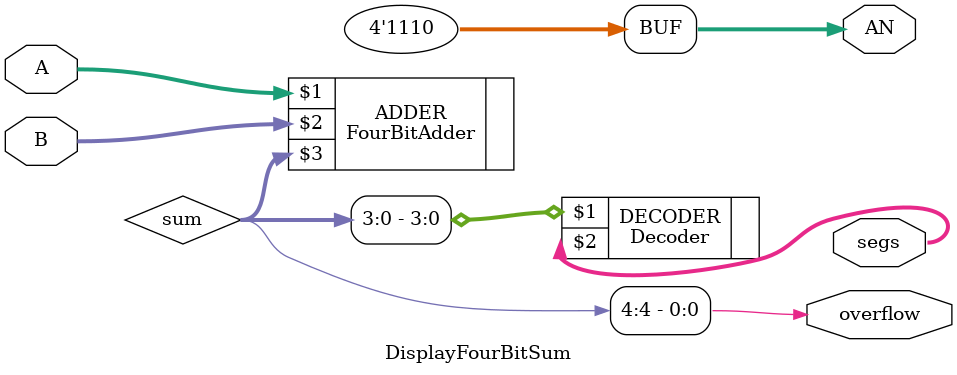
<source format=v>
`timescale 1ns / 1ps


module DisplayFourBitSum(
    input [3:0] A, 
    input [3:0] B, 
    output [6:0] segs, 
    output overflow, 
    output [3:0] AN
    );
    
    wire [4:0] sum;
    
    FourBitAdder ADDER (A, B, sum);
    Decoder DECODER (sum[3:0], segs);
    
    assign overflow = sum[4];
    
    assign AN[0] = 0;
    assign AN[1] = 1;
    assign AN[2] = 1;
    assign AN[3] = 1;
    
endmodule

</source>
